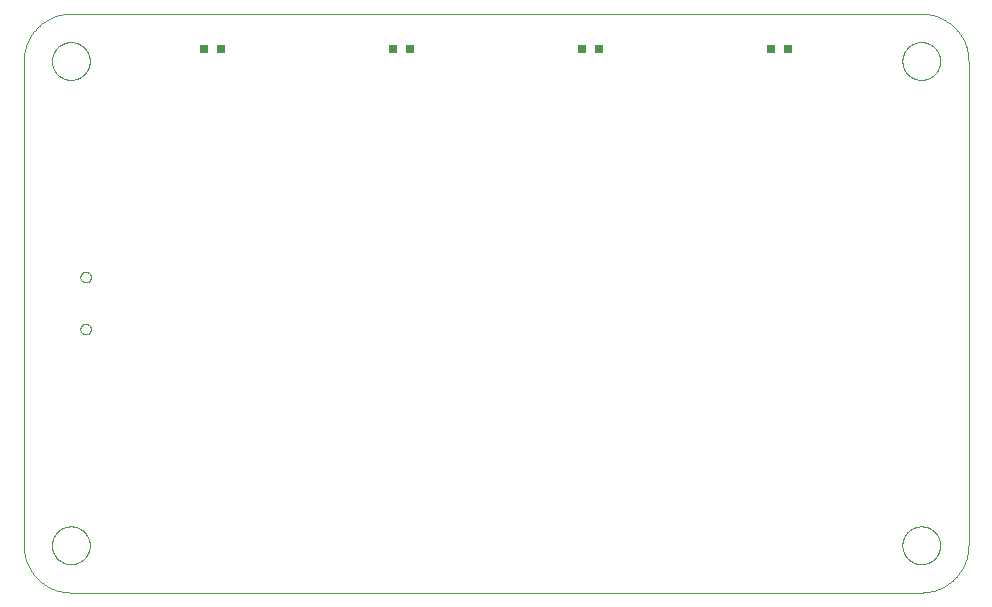
<source format=gbp>
G75*
%MOIN*%
%OFA0B0*%
%FSLAX25Y25*%
%IPPOS*%
%LPD*%
%AMOC8*
5,1,8,0,0,1.08239X$1,22.5*
%
%ADD10R,0.03150X0.03150*%
%ADD11C,0.00000*%
D10*
X0114220Y0235814D03*
X0120126Y0235814D03*
X0177213Y0235814D03*
X0183118Y0235814D03*
X0240205Y0235814D03*
X0246110Y0235814D03*
X0303197Y0235814D03*
X0309102Y0235814D03*
D11*
X0353394Y0054711D02*
X0069929Y0054711D01*
X0063630Y0070459D02*
X0063632Y0070617D01*
X0063638Y0070775D01*
X0063648Y0070933D01*
X0063662Y0071091D01*
X0063680Y0071248D01*
X0063701Y0071405D01*
X0063727Y0071561D01*
X0063757Y0071717D01*
X0063790Y0071872D01*
X0063828Y0072025D01*
X0063869Y0072178D01*
X0063914Y0072330D01*
X0063963Y0072481D01*
X0064016Y0072630D01*
X0064072Y0072778D01*
X0064132Y0072924D01*
X0064196Y0073069D01*
X0064264Y0073212D01*
X0064335Y0073354D01*
X0064409Y0073494D01*
X0064487Y0073631D01*
X0064569Y0073767D01*
X0064653Y0073901D01*
X0064742Y0074032D01*
X0064833Y0074161D01*
X0064928Y0074288D01*
X0065025Y0074413D01*
X0065126Y0074535D01*
X0065230Y0074654D01*
X0065337Y0074771D01*
X0065447Y0074885D01*
X0065560Y0074996D01*
X0065675Y0075105D01*
X0065793Y0075210D01*
X0065914Y0075312D01*
X0066037Y0075412D01*
X0066163Y0075508D01*
X0066291Y0075601D01*
X0066421Y0075691D01*
X0066554Y0075777D01*
X0066689Y0075861D01*
X0066825Y0075940D01*
X0066964Y0076017D01*
X0067105Y0076089D01*
X0067247Y0076159D01*
X0067391Y0076224D01*
X0067537Y0076286D01*
X0067684Y0076344D01*
X0067833Y0076399D01*
X0067983Y0076450D01*
X0068134Y0076497D01*
X0068286Y0076540D01*
X0068439Y0076579D01*
X0068594Y0076615D01*
X0068749Y0076646D01*
X0068905Y0076674D01*
X0069061Y0076698D01*
X0069218Y0076718D01*
X0069376Y0076734D01*
X0069533Y0076746D01*
X0069692Y0076754D01*
X0069850Y0076758D01*
X0070008Y0076758D01*
X0070166Y0076754D01*
X0070325Y0076746D01*
X0070482Y0076734D01*
X0070640Y0076718D01*
X0070797Y0076698D01*
X0070953Y0076674D01*
X0071109Y0076646D01*
X0071264Y0076615D01*
X0071419Y0076579D01*
X0071572Y0076540D01*
X0071724Y0076497D01*
X0071875Y0076450D01*
X0072025Y0076399D01*
X0072174Y0076344D01*
X0072321Y0076286D01*
X0072467Y0076224D01*
X0072611Y0076159D01*
X0072753Y0076089D01*
X0072894Y0076017D01*
X0073033Y0075940D01*
X0073169Y0075861D01*
X0073304Y0075777D01*
X0073437Y0075691D01*
X0073567Y0075601D01*
X0073695Y0075508D01*
X0073821Y0075412D01*
X0073944Y0075312D01*
X0074065Y0075210D01*
X0074183Y0075105D01*
X0074298Y0074996D01*
X0074411Y0074885D01*
X0074521Y0074771D01*
X0074628Y0074654D01*
X0074732Y0074535D01*
X0074833Y0074413D01*
X0074930Y0074288D01*
X0075025Y0074161D01*
X0075116Y0074032D01*
X0075205Y0073901D01*
X0075289Y0073767D01*
X0075371Y0073631D01*
X0075449Y0073494D01*
X0075523Y0073354D01*
X0075594Y0073212D01*
X0075662Y0073069D01*
X0075726Y0072924D01*
X0075786Y0072778D01*
X0075842Y0072630D01*
X0075895Y0072481D01*
X0075944Y0072330D01*
X0075989Y0072178D01*
X0076030Y0072025D01*
X0076068Y0071872D01*
X0076101Y0071717D01*
X0076131Y0071561D01*
X0076157Y0071405D01*
X0076178Y0071248D01*
X0076196Y0071091D01*
X0076210Y0070933D01*
X0076220Y0070775D01*
X0076226Y0070617D01*
X0076228Y0070459D01*
X0076226Y0070301D01*
X0076220Y0070143D01*
X0076210Y0069985D01*
X0076196Y0069827D01*
X0076178Y0069670D01*
X0076157Y0069513D01*
X0076131Y0069357D01*
X0076101Y0069201D01*
X0076068Y0069046D01*
X0076030Y0068893D01*
X0075989Y0068740D01*
X0075944Y0068588D01*
X0075895Y0068437D01*
X0075842Y0068288D01*
X0075786Y0068140D01*
X0075726Y0067994D01*
X0075662Y0067849D01*
X0075594Y0067706D01*
X0075523Y0067564D01*
X0075449Y0067424D01*
X0075371Y0067287D01*
X0075289Y0067151D01*
X0075205Y0067017D01*
X0075116Y0066886D01*
X0075025Y0066757D01*
X0074930Y0066630D01*
X0074833Y0066505D01*
X0074732Y0066383D01*
X0074628Y0066264D01*
X0074521Y0066147D01*
X0074411Y0066033D01*
X0074298Y0065922D01*
X0074183Y0065813D01*
X0074065Y0065708D01*
X0073944Y0065606D01*
X0073821Y0065506D01*
X0073695Y0065410D01*
X0073567Y0065317D01*
X0073437Y0065227D01*
X0073304Y0065141D01*
X0073169Y0065057D01*
X0073033Y0064978D01*
X0072894Y0064901D01*
X0072753Y0064829D01*
X0072611Y0064759D01*
X0072467Y0064694D01*
X0072321Y0064632D01*
X0072174Y0064574D01*
X0072025Y0064519D01*
X0071875Y0064468D01*
X0071724Y0064421D01*
X0071572Y0064378D01*
X0071419Y0064339D01*
X0071264Y0064303D01*
X0071109Y0064272D01*
X0070953Y0064244D01*
X0070797Y0064220D01*
X0070640Y0064200D01*
X0070482Y0064184D01*
X0070325Y0064172D01*
X0070166Y0064164D01*
X0070008Y0064160D01*
X0069850Y0064160D01*
X0069692Y0064164D01*
X0069533Y0064172D01*
X0069376Y0064184D01*
X0069218Y0064200D01*
X0069061Y0064220D01*
X0068905Y0064244D01*
X0068749Y0064272D01*
X0068594Y0064303D01*
X0068439Y0064339D01*
X0068286Y0064378D01*
X0068134Y0064421D01*
X0067983Y0064468D01*
X0067833Y0064519D01*
X0067684Y0064574D01*
X0067537Y0064632D01*
X0067391Y0064694D01*
X0067247Y0064759D01*
X0067105Y0064829D01*
X0066964Y0064901D01*
X0066825Y0064978D01*
X0066689Y0065057D01*
X0066554Y0065141D01*
X0066421Y0065227D01*
X0066291Y0065317D01*
X0066163Y0065410D01*
X0066037Y0065506D01*
X0065914Y0065606D01*
X0065793Y0065708D01*
X0065675Y0065813D01*
X0065560Y0065922D01*
X0065447Y0066033D01*
X0065337Y0066147D01*
X0065230Y0066264D01*
X0065126Y0066383D01*
X0065025Y0066505D01*
X0064928Y0066630D01*
X0064833Y0066757D01*
X0064742Y0066886D01*
X0064653Y0067017D01*
X0064569Y0067151D01*
X0064487Y0067287D01*
X0064409Y0067424D01*
X0064335Y0067564D01*
X0064264Y0067706D01*
X0064196Y0067849D01*
X0064132Y0067994D01*
X0064072Y0068140D01*
X0064016Y0068288D01*
X0063963Y0068437D01*
X0063914Y0068588D01*
X0063869Y0068740D01*
X0063828Y0068893D01*
X0063790Y0069046D01*
X0063757Y0069201D01*
X0063727Y0069357D01*
X0063701Y0069513D01*
X0063680Y0069670D01*
X0063662Y0069827D01*
X0063648Y0069985D01*
X0063638Y0070143D01*
X0063632Y0070301D01*
X0063630Y0070459D01*
X0054181Y0070459D02*
X0054186Y0070078D01*
X0054199Y0069698D01*
X0054222Y0069318D01*
X0054255Y0068939D01*
X0054296Y0068561D01*
X0054346Y0068184D01*
X0054406Y0067808D01*
X0054474Y0067433D01*
X0054552Y0067061D01*
X0054639Y0066690D01*
X0054734Y0066322D01*
X0054839Y0065956D01*
X0054952Y0065593D01*
X0055074Y0065232D01*
X0055204Y0064875D01*
X0055344Y0064521D01*
X0055491Y0064170D01*
X0055648Y0063823D01*
X0055812Y0063480D01*
X0055985Y0063141D01*
X0056166Y0062806D01*
X0056355Y0062475D01*
X0056552Y0062150D01*
X0056756Y0061829D01*
X0056969Y0061513D01*
X0057189Y0061203D01*
X0057416Y0060897D01*
X0057651Y0060598D01*
X0057893Y0060304D01*
X0058141Y0060016D01*
X0058397Y0059734D01*
X0058660Y0059459D01*
X0058929Y0059190D01*
X0059204Y0058927D01*
X0059486Y0058671D01*
X0059774Y0058423D01*
X0060068Y0058181D01*
X0060367Y0057946D01*
X0060673Y0057719D01*
X0060983Y0057499D01*
X0061299Y0057286D01*
X0061620Y0057082D01*
X0061945Y0056885D01*
X0062276Y0056696D01*
X0062611Y0056515D01*
X0062950Y0056342D01*
X0063293Y0056178D01*
X0063640Y0056021D01*
X0063991Y0055874D01*
X0064345Y0055734D01*
X0064702Y0055604D01*
X0065063Y0055482D01*
X0065426Y0055369D01*
X0065792Y0055264D01*
X0066160Y0055169D01*
X0066531Y0055082D01*
X0066903Y0055004D01*
X0067278Y0054936D01*
X0067654Y0054876D01*
X0068031Y0054826D01*
X0068409Y0054785D01*
X0068788Y0054752D01*
X0069168Y0054729D01*
X0069548Y0054716D01*
X0069929Y0054711D01*
X0054181Y0070459D02*
X0054181Y0231877D01*
X0063630Y0231877D02*
X0063632Y0232035D01*
X0063638Y0232193D01*
X0063648Y0232351D01*
X0063662Y0232509D01*
X0063680Y0232666D01*
X0063701Y0232823D01*
X0063727Y0232979D01*
X0063757Y0233135D01*
X0063790Y0233290D01*
X0063828Y0233443D01*
X0063869Y0233596D01*
X0063914Y0233748D01*
X0063963Y0233899D01*
X0064016Y0234048D01*
X0064072Y0234196D01*
X0064132Y0234342D01*
X0064196Y0234487D01*
X0064264Y0234630D01*
X0064335Y0234772D01*
X0064409Y0234912D01*
X0064487Y0235049D01*
X0064569Y0235185D01*
X0064653Y0235319D01*
X0064742Y0235450D01*
X0064833Y0235579D01*
X0064928Y0235706D01*
X0065025Y0235831D01*
X0065126Y0235953D01*
X0065230Y0236072D01*
X0065337Y0236189D01*
X0065447Y0236303D01*
X0065560Y0236414D01*
X0065675Y0236523D01*
X0065793Y0236628D01*
X0065914Y0236730D01*
X0066037Y0236830D01*
X0066163Y0236926D01*
X0066291Y0237019D01*
X0066421Y0237109D01*
X0066554Y0237195D01*
X0066689Y0237279D01*
X0066825Y0237358D01*
X0066964Y0237435D01*
X0067105Y0237507D01*
X0067247Y0237577D01*
X0067391Y0237642D01*
X0067537Y0237704D01*
X0067684Y0237762D01*
X0067833Y0237817D01*
X0067983Y0237868D01*
X0068134Y0237915D01*
X0068286Y0237958D01*
X0068439Y0237997D01*
X0068594Y0238033D01*
X0068749Y0238064D01*
X0068905Y0238092D01*
X0069061Y0238116D01*
X0069218Y0238136D01*
X0069376Y0238152D01*
X0069533Y0238164D01*
X0069692Y0238172D01*
X0069850Y0238176D01*
X0070008Y0238176D01*
X0070166Y0238172D01*
X0070325Y0238164D01*
X0070482Y0238152D01*
X0070640Y0238136D01*
X0070797Y0238116D01*
X0070953Y0238092D01*
X0071109Y0238064D01*
X0071264Y0238033D01*
X0071419Y0237997D01*
X0071572Y0237958D01*
X0071724Y0237915D01*
X0071875Y0237868D01*
X0072025Y0237817D01*
X0072174Y0237762D01*
X0072321Y0237704D01*
X0072467Y0237642D01*
X0072611Y0237577D01*
X0072753Y0237507D01*
X0072894Y0237435D01*
X0073033Y0237358D01*
X0073169Y0237279D01*
X0073304Y0237195D01*
X0073437Y0237109D01*
X0073567Y0237019D01*
X0073695Y0236926D01*
X0073821Y0236830D01*
X0073944Y0236730D01*
X0074065Y0236628D01*
X0074183Y0236523D01*
X0074298Y0236414D01*
X0074411Y0236303D01*
X0074521Y0236189D01*
X0074628Y0236072D01*
X0074732Y0235953D01*
X0074833Y0235831D01*
X0074930Y0235706D01*
X0075025Y0235579D01*
X0075116Y0235450D01*
X0075205Y0235319D01*
X0075289Y0235185D01*
X0075371Y0235049D01*
X0075449Y0234912D01*
X0075523Y0234772D01*
X0075594Y0234630D01*
X0075662Y0234487D01*
X0075726Y0234342D01*
X0075786Y0234196D01*
X0075842Y0234048D01*
X0075895Y0233899D01*
X0075944Y0233748D01*
X0075989Y0233596D01*
X0076030Y0233443D01*
X0076068Y0233290D01*
X0076101Y0233135D01*
X0076131Y0232979D01*
X0076157Y0232823D01*
X0076178Y0232666D01*
X0076196Y0232509D01*
X0076210Y0232351D01*
X0076220Y0232193D01*
X0076226Y0232035D01*
X0076228Y0231877D01*
X0076226Y0231719D01*
X0076220Y0231561D01*
X0076210Y0231403D01*
X0076196Y0231245D01*
X0076178Y0231088D01*
X0076157Y0230931D01*
X0076131Y0230775D01*
X0076101Y0230619D01*
X0076068Y0230464D01*
X0076030Y0230311D01*
X0075989Y0230158D01*
X0075944Y0230006D01*
X0075895Y0229855D01*
X0075842Y0229706D01*
X0075786Y0229558D01*
X0075726Y0229412D01*
X0075662Y0229267D01*
X0075594Y0229124D01*
X0075523Y0228982D01*
X0075449Y0228842D01*
X0075371Y0228705D01*
X0075289Y0228569D01*
X0075205Y0228435D01*
X0075116Y0228304D01*
X0075025Y0228175D01*
X0074930Y0228048D01*
X0074833Y0227923D01*
X0074732Y0227801D01*
X0074628Y0227682D01*
X0074521Y0227565D01*
X0074411Y0227451D01*
X0074298Y0227340D01*
X0074183Y0227231D01*
X0074065Y0227126D01*
X0073944Y0227024D01*
X0073821Y0226924D01*
X0073695Y0226828D01*
X0073567Y0226735D01*
X0073437Y0226645D01*
X0073304Y0226559D01*
X0073169Y0226475D01*
X0073033Y0226396D01*
X0072894Y0226319D01*
X0072753Y0226247D01*
X0072611Y0226177D01*
X0072467Y0226112D01*
X0072321Y0226050D01*
X0072174Y0225992D01*
X0072025Y0225937D01*
X0071875Y0225886D01*
X0071724Y0225839D01*
X0071572Y0225796D01*
X0071419Y0225757D01*
X0071264Y0225721D01*
X0071109Y0225690D01*
X0070953Y0225662D01*
X0070797Y0225638D01*
X0070640Y0225618D01*
X0070482Y0225602D01*
X0070325Y0225590D01*
X0070166Y0225582D01*
X0070008Y0225578D01*
X0069850Y0225578D01*
X0069692Y0225582D01*
X0069533Y0225590D01*
X0069376Y0225602D01*
X0069218Y0225618D01*
X0069061Y0225638D01*
X0068905Y0225662D01*
X0068749Y0225690D01*
X0068594Y0225721D01*
X0068439Y0225757D01*
X0068286Y0225796D01*
X0068134Y0225839D01*
X0067983Y0225886D01*
X0067833Y0225937D01*
X0067684Y0225992D01*
X0067537Y0226050D01*
X0067391Y0226112D01*
X0067247Y0226177D01*
X0067105Y0226247D01*
X0066964Y0226319D01*
X0066825Y0226396D01*
X0066689Y0226475D01*
X0066554Y0226559D01*
X0066421Y0226645D01*
X0066291Y0226735D01*
X0066163Y0226828D01*
X0066037Y0226924D01*
X0065914Y0227024D01*
X0065793Y0227126D01*
X0065675Y0227231D01*
X0065560Y0227340D01*
X0065447Y0227451D01*
X0065337Y0227565D01*
X0065230Y0227682D01*
X0065126Y0227801D01*
X0065025Y0227923D01*
X0064928Y0228048D01*
X0064833Y0228175D01*
X0064742Y0228304D01*
X0064653Y0228435D01*
X0064569Y0228569D01*
X0064487Y0228705D01*
X0064409Y0228842D01*
X0064335Y0228982D01*
X0064264Y0229124D01*
X0064196Y0229267D01*
X0064132Y0229412D01*
X0064072Y0229558D01*
X0064016Y0229706D01*
X0063963Y0229855D01*
X0063914Y0230006D01*
X0063869Y0230158D01*
X0063828Y0230311D01*
X0063790Y0230464D01*
X0063757Y0230619D01*
X0063727Y0230775D01*
X0063701Y0230931D01*
X0063680Y0231088D01*
X0063662Y0231245D01*
X0063648Y0231403D01*
X0063638Y0231561D01*
X0063632Y0231719D01*
X0063630Y0231877D01*
X0054181Y0231877D02*
X0054186Y0232258D01*
X0054199Y0232638D01*
X0054222Y0233018D01*
X0054255Y0233397D01*
X0054296Y0233775D01*
X0054346Y0234152D01*
X0054406Y0234528D01*
X0054474Y0234903D01*
X0054552Y0235275D01*
X0054639Y0235646D01*
X0054734Y0236014D01*
X0054839Y0236380D01*
X0054952Y0236743D01*
X0055074Y0237104D01*
X0055204Y0237461D01*
X0055344Y0237815D01*
X0055491Y0238166D01*
X0055648Y0238513D01*
X0055812Y0238856D01*
X0055985Y0239195D01*
X0056166Y0239530D01*
X0056355Y0239861D01*
X0056552Y0240186D01*
X0056756Y0240507D01*
X0056969Y0240823D01*
X0057189Y0241133D01*
X0057416Y0241439D01*
X0057651Y0241738D01*
X0057893Y0242032D01*
X0058141Y0242320D01*
X0058397Y0242602D01*
X0058660Y0242877D01*
X0058929Y0243146D01*
X0059204Y0243409D01*
X0059486Y0243665D01*
X0059774Y0243913D01*
X0060068Y0244155D01*
X0060367Y0244390D01*
X0060673Y0244617D01*
X0060983Y0244837D01*
X0061299Y0245050D01*
X0061620Y0245254D01*
X0061945Y0245451D01*
X0062276Y0245640D01*
X0062611Y0245821D01*
X0062950Y0245994D01*
X0063293Y0246158D01*
X0063640Y0246315D01*
X0063991Y0246462D01*
X0064345Y0246602D01*
X0064702Y0246732D01*
X0065063Y0246854D01*
X0065426Y0246967D01*
X0065792Y0247072D01*
X0066160Y0247167D01*
X0066531Y0247254D01*
X0066903Y0247332D01*
X0067278Y0247400D01*
X0067654Y0247460D01*
X0068031Y0247510D01*
X0068409Y0247551D01*
X0068788Y0247584D01*
X0069168Y0247607D01*
X0069548Y0247620D01*
X0069929Y0247625D01*
X0353394Y0247625D01*
X0347095Y0231877D02*
X0347097Y0232035D01*
X0347103Y0232193D01*
X0347113Y0232351D01*
X0347127Y0232509D01*
X0347145Y0232666D01*
X0347166Y0232823D01*
X0347192Y0232979D01*
X0347222Y0233135D01*
X0347255Y0233290D01*
X0347293Y0233443D01*
X0347334Y0233596D01*
X0347379Y0233748D01*
X0347428Y0233899D01*
X0347481Y0234048D01*
X0347537Y0234196D01*
X0347597Y0234342D01*
X0347661Y0234487D01*
X0347729Y0234630D01*
X0347800Y0234772D01*
X0347874Y0234912D01*
X0347952Y0235049D01*
X0348034Y0235185D01*
X0348118Y0235319D01*
X0348207Y0235450D01*
X0348298Y0235579D01*
X0348393Y0235706D01*
X0348490Y0235831D01*
X0348591Y0235953D01*
X0348695Y0236072D01*
X0348802Y0236189D01*
X0348912Y0236303D01*
X0349025Y0236414D01*
X0349140Y0236523D01*
X0349258Y0236628D01*
X0349379Y0236730D01*
X0349502Y0236830D01*
X0349628Y0236926D01*
X0349756Y0237019D01*
X0349886Y0237109D01*
X0350019Y0237195D01*
X0350154Y0237279D01*
X0350290Y0237358D01*
X0350429Y0237435D01*
X0350570Y0237507D01*
X0350712Y0237577D01*
X0350856Y0237642D01*
X0351002Y0237704D01*
X0351149Y0237762D01*
X0351298Y0237817D01*
X0351448Y0237868D01*
X0351599Y0237915D01*
X0351751Y0237958D01*
X0351904Y0237997D01*
X0352059Y0238033D01*
X0352214Y0238064D01*
X0352370Y0238092D01*
X0352526Y0238116D01*
X0352683Y0238136D01*
X0352841Y0238152D01*
X0352998Y0238164D01*
X0353157Y0238172D01*
X0353315Y0238176D01*
X0353473Y0238176D01*
X0353631Y0238172D01*
X0353790Y0238164D01*
X0353947Y0238152D01*
X0354105Y0238136D01*
X0354262Y0238116D01*
X0354418Y0238092D01*
X0354574Y0238064D01*
X0354729Y0238033D01*
X0354884Y0237997D01*
X0355037Y0237958D01*
X0355189Y0237915D01*
X0355340Y0237868D01*
X0355490Y0237817D01*
X0355639Y0237762D01*
X0355786Y0237704D01*
X0355932Y0237642D01*
X0356076Y0237577D01*
X0356218Y0237507D01*
X0356359Y0237435D01*
X0356498Y0237358D01*
X0356634Y0237279D01*
X0356769Y0237195D01*
X0356902Y0237109D01*
X0357032Y0237019D01*
X0357160Y0236926D01*
X0357286Y0236830D01*
X0357409Y0236730D01*
X0357530Y0236628D01*
X0357648Y0236523D01*
X0357763Y0236414D01*
X0357876Y0236303D01*
X0357986Y0236189D01*
X0358093Y0236072D01*
X0358197Y0235953D01*
X0358298Y0235831D01*
X0358395Y0235706D01*
X0358490Y0235579D01*
X0358581Y0235450D01*
X0358670Y0235319D01*
X0358754Y0235185D01*
X0358836Y0235049D01*
X0358914Y0234912D01*
X0358988Y0234772D01*
X0359059Y0234630D01*
X0359127Y0234487D01*
X0359191Y0234342D01*
X0359251Y0234196D01*
X0359307Y0234048D01*
X0359360Y0233899D01*
X0359409Y0233748D01*
X0359454Y0233596D01*
X0359495Y0233443D01*
X0359533Y0233290D01*
X0359566Y0233135D01*
X0359596Y0232979D01*
X0359622Y0232823D01*
X0359643Y0232666D01*
X0359661Y0232509D01*
X0359675Y0232351D01*
X0359685Y0232193D01*
X0359691Y0232035D01*
X0359693Y0231877D01*
X0359691Y0231719D01*
X0359685Y0231561D01*
X0359675Y0231403D01*
X0359661Y0231245D01*
X0359643Y0231088D01*
X0359622Y0230931D01*
X0359596Y0230775D01*
X0359566Y0230619D01*
X0359533Y0230464D01*
X0359495Y0230311D01*
X0359454Y0230158D01*
X0359409Y0230006D01*
X0359360Y0229855D01*
X0359307Y0229706D01*
X0359251Y0229558D01*
X0359191Y0229412D01*
X0359127Y0229267D01*
X0359059Y0229124D01*
X0358988Y0228982D01*
X0358914Y0228842D01*
X0358836Y0228705D01*
X0358754Y0228569D01*
X0358670Y0228435D01*
X0358581Y0228304D01*
X0358490Y0228175D01*
X0358395Y0228048D01*
X0358298Y0227923D01*
X0358197Y0227801D01*
X0358093Y0227682D01*
X0357986Y0227565D01*
X0357876Y0227451D01*
X0357763Y0227340D01*
X0357648Y0227231D01*
X0357530Y0227126D01*
X0357409Y0227024D01*
X0357286Y0226924D01*
X0357160Y0226828D01*
X0357032Y0226735D01*
X0356902Y0226645D01*
X0356769Y0226559D01*
X0356634Y0226475D01*
X0356498Y0226396D01*
X0356359Y0226319D01*
X0356218Y0226247D01*
X0356076Y0226177D01*
X0355932Y0226112D01*
X0355786Y0226050D01*
X0355639Y0225992D01*
X0355490Y0225937D01*
X0355340Y0225886D01*
X0355189Y0225839D01*
X0355037Y0225796D01*
X0354884Y0225757D01*
X0354729Y0225721D01*
X0354574Y0225690D01*
X0354418Y0225662D01*
X0354262Y0225638D01*
X0354105Y0225618D01*
X0353947Y0225602D01*
X0353790Y0225590D01*
X0353631Y0225582D01*
X0353473Y0225578D01*
X0353315Y0225578D01*
X0353157Y0225582D01*
X0352998Y0225590D01*
X0352841Y0225602D01*
X0352683Y0225618D01*
X0352526Y0225638D01*
X0352370Y0225662D01*
X0352214Y0225690D01*
X0352059Y0225721D01*
X0351904Y0225757D01*
X0351751Y0225796D01*
X0351599Y0225839D01*
X0351448Y0225886D01*
X0351298Y0225937D01*
X0351149Y0225992D01*
X0351002Y0226050D01*
X0350856Y0226112D01*
X0350712Y0226177D01*
X0350570Y0226247D01*
X0350429Y0226319D01*
X0350290Y0226396D01*
X0350154Y0226475D01*
X0350019Y0226559D01*
X0349886Y0226645D01*
X0349756Y0226735D01*
X0349628Y0226828D01*
X0349502Y0226924D01*
X0349379Y0227024D01*
X0349258Y0227126D01*
X0349140Y0227231D01*
X0349025Y0227340D01*
X0348912Y0227451D01*
X0348802Y0227565D01*
X0348695Y0227682D01*
X0348591Y0227801D01*
X0348490Y0227923D01*
X0348393Y0228048D01*
X0348298Y0228175D01*
X0348207Y0228304D01*
X0348118Y0228435D01*
X0348034Y0228569D01*
X0347952Y0228705D01*
X0347874Y0228842D01*
X0347800Y0228982D01*
X0347729Y0229124D01*
X0347661Y0229267D01*
X0347597Y0229412D01*
X0347537Y0229558D01*
X0347481Y0229706D01*
X0347428Y0229855D01*
X0347379Y0230006D01*
X0347334Y0230158D01*
X0347293Y0230311D01*
X0347255Y0230464D01*
X0347222Y0230619D01*
X0347192Y0230775D01*
X0347166Y0230931D01*
X0347145Y0231088D01*
X0347127Y0231245D01*
X0347113Y0231403D01*
X0347103Y0231561D01*
X0347097Y0231719D01*
X0347095Y0231877D01*
X0353394Y0247625D02*
X0353775Y0247620D01*
X0354155Y0247607D01*
X0354535Y0247584D01*
X0354914Y0247551D01*
X0355292Y0247510D01*
X0355669Y0247460D01*
X0356045Y0247400D01*
X0356420Y0247332D01*
X0356792Y0247254D01*
X0357163Y0247167D01*
X0357531Y0247072D01*
X0357897Y0246967D01*
X0358260Y0246854D01*
X0358621Y0246732D01*
X0358978Y0246602D01*
X0359332Y0246462D01*
X0359683Y0246315D01*
X0360030Y0246158D01*
X0360373Y0245994D01*
X0360712Y0245821D01*
X0361047Y0245640D01*
X0361378Y0245451D01*
X0361703Y0245254D01*
X0362024Y0245050D01*
X0362340Y0244837D01*
X0362650Y0244617D01*
X0362956Y0244390D01*
X0363255Y0244155D01*
X0363549Y0243913D01*
X0363837Y0243665D01*
X0364119Y0243409D01*
X0364394Y0243146D01*
X0364663Y0242877D01*
X0364926Y0242602D01*
X0365182Y0242320D01*
X0365430Y0242032D01*
X0365672Y0241738D01*
X0365907Y0241439D01*
X0366134Y0241133D01*
X0366354Y0240823D01*
X0366567Y0240507D01*
X0366771Y0240186D01*
X0366968Y0239861D01*
X0367157Y0239530D01*
X0367338Y0239195D01*
X0367511Y0238856D01*
X0367675Y0238513D01*
X0367832Y0238166D01*
X0367979Y0237815D01*
X0368119Y0237461D01*
X0368249Y0237104D01*
X0368371Y0236743D01*
X0368484Y0236380D01*
X0368589Y0236014D01*
X0368684Y0235646D01*
X0368771Y0235275D01*
X0368849Y0234903D01*
X0368917Y0234528D01*
X0368977Y0234152D01*
X0369027Y0233775D01*
X0369068Y0233397D01*
X0369101Y0233018D01*
X0369124Y0232638D01*
X0369137Y0232258D01*
X0369142Y0231877D01*
X0369142Y0070459D01*
X0347095Y0070459D02*
X0347097Y0070617D01*
X0347103Y0070775D01*
X0347113Y0070933D01*
X0347127Y0071091D01*
X0347145Y0071248D01*
X0347166Y0071405D01*
X0347192Y0071561D01*
X0347222Y0071717D01*
X0347255Y0071872D01*
X0347293Y0072025D01*
X0347334Y0072178D01*
X0347379Y0072330D01*
X0347428Y0072481D01*
X0347481Y0072630D01*
X0347537Y0072778D01*
X0347597Y0072924D01*
X0347661Y0073069D01*
X0347729Y0073212D01*
X0347800Y0073354D01*
X0347874Y0073494D01*
X0347952Y0073631D01*
X0348034Y0073767D01*
X0348118Y0073901D01*
X0348207Y0074032D01*
X0348298Y0074161D01*
X0348393Y0074288D01*
X0348490Y0074413D01*
X0348591Y0074535D01*
X0348695Y0074654D01*
X0348802Y0074771D01*
X0348912Y0074885D01*
X0349025Y0074996D01*
X0349140Y0075105D01*
X0349258Y0075210D01*
X0349379Y0075312D01*
X0349502Y0075412D01*
X0349628Y0075508D01*
X0349756Y0075601D01*
X0349886Y0075691D01*
X0350019Y0075777D01*
X0350154Y0075861D01*
X0350290Y0075940D01*
X0350429Y0076017D01*
X0350570Y0076089D01*
X0350712Y0076159D01*
X0350856Y0076224D01*
X0351002Y0076286D01*
X0351149Y0076344D01*
X0351298Y0076399D01*
X0351448Y0076450D01*
X0351599Y0076497D01*
X0351751Y0076540D01*
X0351904Y0076579D01*
X0352059Y0076615D01*
X0352214Y0076646D01*
X0352370Y0076674D01*
X0352526Y0076698D01*
X0352683Y0076718D01*
X0352841Y0076734D01*
X0352998Y0076746D01*
X0353157Y0076754D01*
X0353315Y0076758D01*
X0353473Y0076758D01*
X0353631Y0076754D01*
X0353790Y0076746D01*
X0353947Y0076734D01*
X0354105Y0076718D01*
X0354262Y0076698D01*
X0354418Y0076674D01*
X0354574Y0076646D01*
X0354729Y0076615D01*
X0354884Y0076579D01*
X0355037Y0076540D01*
X0355189Y0076497D01*
X0355340Y0076450D01*
X0355490Y0076399D01*
X0355639Y0076344D01*
X0355786Y0076286D01*
X0355932Y0076224D01*
X0356076Y0076159D01*
X0356218Y0076089D01*
X0356359Y0076017D01*
X0356498Y0075940D01*
X0356634Y0075861D01*
X0356769Y0075777D01*
X0356902Y0075691D01*
X0357032Y0075601D01*
X0357160Y0075508D01*
X0357286Y0075412D01*
X0357409Y0075312D01*
X0357530Y0075210D01*
X0357648Y0075105D01*
X0357763Y0074996D01*
X0357876Y0074885D01*
X0357986Y0074771D01*
X0358093Y0074654D01*
X0358197Y0074535D01*
X0358298Y0074413D01*
X0358395Y0074288D01*
X0358490Y0074161D01*
X0358581Y0074032D01*
X0358670Y0073901D01*
X0358754Y0073767D01*
X0358836Y0073631D01*
X0358914Y0073494D01*
X0358988Y0073354D01*
X0359059Y0073212D01*
X0359127Y0073069D01*
X0359191Y0072924D01*
X0359251Y0072778D01*
X0359307Y0072630D01*
X0359360Y0072481D01*
X0359409Y0072330D01*
X0359454Y0072178D01*
X0359495Y0072025D01*
X0359533Y0071872D01*
X0359566Y0071717D01*
X0359596Y0071561D01*
X0359622Y0071405D01*
X0359643Y0071248D01*
X0359661Y0071091D01*
X0359675Y0070933D01*
X0359685Y0070775D01*
X0359691Y0070617D01*
X0359693Y0070459D01*
X0359691Y0070301D01*
X0359685Y0070143D01*
X0359675Y0069985D01*
X0359661Y0069827D01*
X0359643Y0069670D01*
X0359622Y0069513D01*
X0359596Y0069357D01*
X0359566Y0069201D01*
X0359533Y0069046D01*
X0359495Y0068893D01*
X0359454Y0068740D01*
X0359409Y0068588D01*
X0359360Y0068437D01*
X0359307Y0068288D01*
X0359251Y0068140D01*
X0359191Y0067994D01*
X0359127Y0067849D01*
X0359059Y0067706D01*
X0358988Y0067564D01*
X0358914Y0067424D01*
X0358836Y0067287D01*
X0358754Y0067151D01*
X0358670Y0067017D01*
X0358581Y0066886D01*
X0358490Y0066757D01*
X0358395Y0066630D01*
X0358298Y0066505D01*
X0358197Y0066383D01*
X0358093Y0066264D01*
X0357986Y0066147D01*
X0357876Y0066033D01*
X0357763Y0065922D01*
X0357648Y0065813D01*
X0357530Y0065708D01*
X0357409Y0065606D01*
X0357286Y0065506D01*
X0357160Y0065410D01*
X0357032Y0065317D01*
X0356902Y0065227D01*
X0356769Y0065141D01*
X0356634Y0065057D01*
X0356498Y0064978D01*
X0356359Y0064901D01*
X0356218Y0064829D01*
X0356076Y0064759D01*
X0355932Y0064694D01*
X0355786Y0064632D01*
X0355639Y0064574D01*
X0355490Y0064519D01*
X0355340Y0064468D01*
X0355189Y0064421D01*
X0355037Y0064378D01*
X0354884Y0064339D01*
X0354729Y0064303D01*
X0354574Y0064272D01*
X0354418Y0064244D01*
X0354262Y0064220D01*
X0354105Y0064200D01*
X0353947Y0064184D01*
X0353790Y0064172D01*
X0353631Y0064164D01*
X0353473Y0064160D01*
X0353315Y0064160D01*
X0353157Y0064164D01*
X0352998Y0064172D01*
X0352841Y0064184D01*
X0352683Y0064200D01*
X0352526Y0064220D01*
X0352370Y0064244D01*
X0352214Y0064272D01*
X0352059Y0064303D01*
X0351904Y0064339D01*
X0351751Y0064378D01*
X0351599Y0064421D01*
X0351448Y0064468D01*
X0351298Y0064519D01*
X0351149Y0064574D01*
X0351002Y0064632D01*
X0350856Y0064694D01*
X0350712Y0064759D01*
X0350570Y0064829D01*
X0350429Y0064901D01*
X0350290Y0064978D01*
X0350154Y0065057D01*
X0350019Y0065141D01*
X0349886Y0065227D01*
X0349756Y0065317D01*
X0349628Y0065410D01*
X0349502Y0065506D01*
X0349379Y0065606D01*
X0349258Y0065708D01*
X0349140Y0065813D01*
X0349025Y0065922D01*
X0348912Y0066033D01*
X0348802Y0066147D01*
X0348695Y0066264D01*
X0348591Y0066383D01*
X0348490Y0066505D01*
X0348393Y0066630D01*
X0348298Y0066757D01*
X0348207Y0066886D01*
X0348118Y0067017D01*
X0348034Y0067151D01*
X0347952Y0067287D01*
X0347874Y0067424D01*
X0347800Y0067564D01*
X0347729Y0067706D01*
X0347661Y0067849D01*
X0347597Y0067994D01*
X0347537Y0068140D01*
X0347481Y0068288D01*
X0347428Y0068437D01*
X0347379Y0068588D01*
X0347334Y0068740D01*
X0347293Y0068893D01*
X0347255Y0069046D01*
X0347222Y0069201D01*
X0347192Y0069357D01*
X0347166Y0069513D01*
X0347145Y0069670D01*
X0347127Y0069827D01*
X0347113Y0069985D01*
X0347103Y0070143D01*
X0347097Y0070301D01*
X0347095Y0070459D01*
X0353394Y0054711D02*
X0353775Y0054716D01*
X0354155Y0054729D01*
X0354535Y0054752D01*
X0354914Y0054785D01*
X0355292Y0054826D01*
X0355669Y0054876D01*
X0356045Y0054936D01*
X0356420Y0055004D01*
X0356792Y0055082D01*
X0357163Y0055169D01*
X0357531Y0055264D01*
X0357897Y0055369D01*
X0358260Y0055482D01*
X0358621Y0055604D01*
X0358978Y0055734D01*
X0359332Y0055874D01*
X0359683Y0056021D01*
X0360030Y0056178D01*
X0360373Y0056342D01*
X0360712Y0056515D01*
X0361047Y0056696D01*
X0361378Y0056885D01*
X0361703Y0057082D01*
X0362024Y0057286D01*
X0362340Y0057499D01*
X0362650Y0057719D01*
X0362956Y0057946D01*
X0363255Y0058181D01*
X0363549Y0058423D01*
X0363837Y0058671D01*
X0364119Y0058927D01*
X0364394Y0059190D01*
X0364663Y0059459D01*
X0364926Y0059734D01*
X0365182Y0060016D01*
X0365430Y0060304D01*
X0365672Y0060598D01*
X0365907Y0060897D01*
X0366134Y0061203D01*
X0366354Y0061513D01*
X0366567Y0061829D01*
X0366771Y0062150D01*
X0366968Y0062475D01*
X0367157Y0062806D01*
X0367338Y0063141D01*
X0367511Y0063480D01*
X0367675Y0063823D01*
X0367832Y0064170D01*
X0367979Y0064521D01*
X0368119Y0064875D01*
X0368249Y0065232D01*
X0368371Y0065593D01*
X0368484Y0065956D01*
X0368589Y0066322D01*
X0368684Y0066690D01*
X0368771Y0067061D01*
X0368849Y0067433D01*
X0368917Y0067808D01*
X0368977Y0068184D01*
X0369027Y0068561D01*
X0369068Y0068939D01*
X0369101Y0069318D01*
X0369124Y0069698D01*
X0369137Y0070078D01*
X0369142Y0070459D01*
X0073078Y0142507D02*
X0073080Y0142591D01*
X0073086Y0142674D01*
X0073096Y0142757D01*
X0073110Y0142840D01*
X0073127Y0142922D01*
X0073149Y0143003D01*
X0073174Y0143082D01*
X0073203Y0143161D01*
X0073236Y0143238D01*
X0073272Y0143313D01*
X0073312Y0143387D01*
X0073355Y0143459D01*
X0073402Y0143528D01*
X0073452Y0143595D01*
X0073505Y0143660D01*
X0073561Y0143722D01*
X0073619Y0143782D01*
X0073681Y0143839D01*
X0073745Y0143892D01*
X0073812Y0143943D01*
X0073881Y0143990D01*
X0073952Y0144035D01*
X0074025Y0144075D01*
X0074100Y0144112D01*
X0074177Y0144146D01*
X0074255Y0144176D01*
X0074334Y0144202D01*
X0074415Y0144225D01*
X0074497Y0144243D01*
X0074579Y0144258D01*
X0074662Y0144269D01*
X0074745Y0144276D01*
X0074829Y0144279D01*
X0074913Y0144278D01*
X0074996Y0144273D01*
X0075080Y0144264D01*
X0075162Y0144251D01*
X0075244Y0144235D01*
X0075325Y0144214D01*
X0075406Y0144190D01*
X0075484Y0144162D01*
X0075562Y0144130D01*
X0075638Y0144094D01*
X0075712Y0144055D01*
X0075784Y0144013D01*
X0075854Y0143967D01*
X0075922Y0143918D01*
X0075987Y0143866D01*
X0076050Y0143811D01*
X0076110Y0143753D01*
X0076168Y0143692D01*
X0076222Y0143628D01*
X0076274Y0143562D01*
X0076322Y0143494D01*
X0076367Y0143423D01*
X0076408Y0143350D01*
X0076447Y0143276D01*
X0076481Y0143200D01*
X0076512Y0143122D01*
X0076539Y0143043D01*
X0076563Y0142962D01*
X0076582Y0142881D01*
X0076598Y0142799D01*
X0076610Y0142716D01*
X0076618Y0142632D01*
X0076622Y0142549D01*
X0076622Y0142465D01*
X0076618Y0142382D01*
X0076610Y0142298D01*
X0076598Y0142215D01*
X0076582Y0142133D01*
X0076563Y0142052D01*
X0076539Y0141971D01*
X0076512Y0141892D01*
X0076481Y0141814D01*
X0076447Y0141738D01*
X0076408Y0141664D01*
X0076367Y0141591D01*
X0076322Y0141520D01*
X0076274Y0141452D01*
X0076222Y0141386D01*
X0076168Y0141322D01*
X0076110Y0141261D01*
X0076050Y0141203D01*
X0075987Y0141148D01*
X0075922Y0141096D01*
X0075854Y0141047D01*
X0075784Y0141001D01*
X0075712Y0140959D01*
X0075638Y0140920D01*
X0075562Y0140884D01*
X0075484Y0140852D01*
X0075406Y0140824D01*
X0075325Y0140800D01*
X0075244Y0140779D01*
X0075162Y0140763D01*
X0075080Y0140750D01*
X0074996Y0140741D01*
X0074913Y0140736D01*
X0074829Y0140735D01*
X0074745Y0140738D01*
X0074662Y0140745D01*
X0074579Y0140756D01*
X0074497Y0140771D01*
X0074415Y0140789D01*
X0074334Y0140812D01*
X0074255Y0140838D01*
X0074177Y0140868D01*
X0074100Y0140902D01*
X0074025Y0140939D01*
X0073952Y0140979D01*
X0073881Y0141024D01*
X0073812Y0141071D01*
X0073745Y0141122D01*
X0073681Y0141175D01*
X0073619Y0141232D01*
X0073561Y0141292D01*
X0073505Y0141354D01*
X0073452Y0141419D01*
X0073402Y0141486D01*
X0073355Y0141555D01*
X0073312Y0141627D01*
X0073272Y0141701D01*
X0073236Y0141776D01*
X0073203Y0141853D01*
X0073174Y0141932D01*
X0073149Y0142011D01*
X0073127Y0142092D01*
X0073110Y0142174D01*
X0073096Y0142257D01*
X0073086Y0142340D01*
X0073080Y0142423D01*
X0073078Y0142507D01*
X0073078Y0159830D02*
X0073080Y0159914D01*
X0073086Y0159997D01*
X0073096Y0160080D01*
X0073110Y0160163D01*
X0073127Y0160245D01*
X0073149Y0160326D01*
X0073174Y0160405D01*
X0073203Y0160484D01*
X0073236Y0160561D01*
X0073272Y0160636D01*
X0073312Y0160710D01*
X0073355Y0160782D01*
X0073402Y0160851D01*
X0073452Y0160918D01*
X0073505Y0160983D01*
X0073561Y0161045D01*
X0073619Y0161105D01*
X0073681Y0161162D01*
X0073745Y0161215D01*
X0073812Y0161266D01*
X0073881Y0161313D01*
X0073952Y0161358D01*
X0074025Y0161398D01*
X0074100Y0161435D01*
X0074177Y0161469D01*
X0074255Y0161499D01*
X0074334Y0161525D01*
X0074415Y0161548D01*
X0074497Y0161566D01*
X0074579Y0161581D01*
X0074662Y0161592D01*
X0074745Y0161599D01*
X0074829Y0161602D01*
X0074913Y0161601D01*
X0074996Y0161596D01*
X0075080Y0161587D01*
X0075162Y0161574D01*
X0075244Y0161558D01*
X0075325Y0161537D01*
X0075406Y0161513D01*
X0075484Y0161485D01*
X0075562Y0161453D01*
X0075638Y0161417D01*
X0075712Y0161378D01*
X0075784Y0161336D01*
X0075854Y0161290D01*
X0075922Y0161241D01*
X0075987Y0161189D01*
X0076050Y0161134D01*
X0076110Y0161076D01*
X0076168Y0161015D01*
X0076222Y0160951D01*
X0076274Y0160885D01*
X0076322Y0160817D01*
X0076367Y0160746D01*
X0076408Y0160673D01*
X0076447Y0160599D01*
X0076481Y0160523D01*
X0076512Y0160445D01*
X0076539Y0160366D01*
X0076563Y0160285D01*
X0076582Y0160204D01*
X0076598Y0160122D01*
X0076610Y0160039D01*
X0076618Y0159955D01*
X0076622Y0159872D01*
X0076622Y0159788D01*
X0076618Y0159705D01*
X0076610Y0159621D01*
X0076598Y0159538D01*
X0076582Y0159456D01*
X0076563Y0159375D01*
X0076539Y0159294D01*
X0076512Y0159215D01*
X0076481Y0159137D01*
X0076447Y0159061D01*
X0076408Y0158987D01*
X0076367Y0158914D01*
X0076322Y0158843D01*
X0076274Y0158775D01*
X0076222Y0158709D01*
X0076168Y0158645D01*
X0076110Y0158584D01*
X0076050Y0158526D01*
X0075987Y0158471D01*
X0075922Y0158419D01*
X0075854Y0158370D01*
X0075784Y0158324D01*
X0075712Y0158282D01*
X0075638Y0158243D01*
X0075562Y0158207D01*
X0075484Y0158175D01*
X0075406Y0158147D01*
X0075325Y0158123D01*
X0075244Y0158102D01*
X0075162Y0158086D01*
X0075080Y0158073D01*
X0074996Y0158064D01*
X0074913Y0158059D01*
X0074829Y0158058D01*
X0074745Y0158061D01*
X0074662Y0158068D01*
X0074579Y0158079D01*
X0074497Y0158094D01*
X0074415Y0158112D01*
X0074334Y0158135D01*
X0074255Y0158161D01*
X0074177Y0158191D01*
X0074100Y0158225D01*
X0074025Y0158262D01*
X0073952Y0158302D01*
X0073881Y0158347D01*
X0073812Y0158394D01*
X0073745Y0158445D01*
X0073681Y0158498D01*
X0073619Y0158555D01*
X0073561Y0158615D01*
X0073505Y0158677D01*
X0073452Y0158742D01*
X0073402Y0158809D01*
X0073355Y0158878D01*
X0073312Y0158950D01*
X0073272Y0159024D01*
X0073236Y0159099D01*
X0073203Y0159176D01*
X0073174Y0159255D01*
X0073149Y0159334D01*
X0073127Y0159415D01*
X0073110Y0159497D01*
X0073096Y0159580D01*
X0073086Y0159663D01*
X0073080Y0159746D01*
X0073078Y0159830D01*
M02*

</source>
